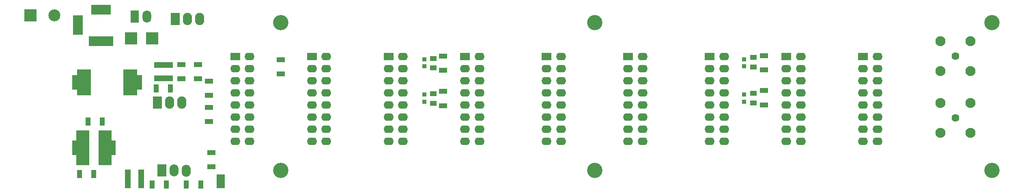
<source format=gts>
G04 #@! TF.FileFunction,Soldermask,Top*
%FSLAX46Y46*%
G04 Gerber Fmt 4.6, Leading zero omitted, Abs format (unit mm)*
G04 Created by KiCad (PCBNEW 4.0.2-stable) date 2019-11-04 2:31:50 PM*
%MOMM*%
G01*
G04 APERTURE LIST*
%ADD10C,0.200000*%
%ADD11R,2.995600X5.510200*%
%ADD12R,1.100000X3.100000*%
%ADD13R,2.690800X7.389800*%
%ADD14C,3.200000*%
%ADD15R,2.500000X2.500000*%
%ADD16C,2.500000*%
%ADD17R,1.100000X1.700000*%
%ADD18R,1.700000X1.100000*%
%ADD19R,2.497760X2.497760*%
%ADD20R,1.700000X2.900000*%
%ADD21O,2.100000X1.600000*%
%ADD22R,2.100000X1.600000*%
%ADD23R,1.300000X4.000000*%
%ADD24R,4.000000X1.300000*%
%ADD25R,4.100000X2.100000*%
%ADD26R,5.100000X2.100000*%
%ADD27R,2.100000X4.100000*%
%ADD28R,1.800000X2.600000*%
%ADD29O,1.800000X2.600000*%
%ADD30R,0.850000X0.900000*%
%ADD31R,1.350000X1.100000*%
%ADD32C,1.624000*%
%ADD33C,2.100000*%
%ADD34R,1.900000X2.600000*%
%ADD35O,1.900000X2.600000*%
%ADD36R,1.900000X2.500000*%
%ADD37O,1.900000X2.500000*%
G04 APERTURE END LIST*
D10*
D11*
X52601400Y-93500000D03*
X42898600Y-93500000D03*
D12*
X41000000Y-93500000D03*
X54500000Y-93500000D03*
D13*
X42650500Y-107250000D03*
X47349500Y-107250000D03*
D12*
X49000000Y-107250000D03*
X41000000Y-107250000D03*
D14*
X84000000Y-80960000D03*
X84000000Y-112000000D03*
D15*
X31750000Y-79500000D03*
D16*
X36750000Y-79500000D03*
D14*
X149500000Y-112000000D03*
X149500000Y-80960000D03*
X232410000Y-80960000D03*
X232410000Y-112000000D03*
D17*
X43750000Y-101750000D03*
X46750000Y-101750000D03*
X57150000Y-114900000D03*
X60150000Y-114900000D03*
X58000000Y-94750000D03*
X61000000Y-94750000D03*
D18*
X63250000Y-92750000D03*
X63250000Y-89750000D03*
X69000000Y-98750000D03*
X69000000Y-101750000D03*
X84000000Y-91750000D03*
X84000000Y-88750000D03*
D17*
X64300000Y-114900000D03*
X67300000Y-114900000D03*
D18*
X69000000Y-96250000D03*
X69000000Y-93250000D03*
X66750000Y-92750000D03*
X66750000Y-89750000D03*
X69500000Y-108250000D03*
X69500000Y-111250000D03*
D19*
X57199640Y-84250000D03*
X52800360Y-84250000D03*
D20*
X71500000Y-114250000D03*
D21*
X192520000Y-105890000D03*
X189480000Y-105890000D03*
X189480000Y-103350000D03*
X192520000Y-103350000D03*
X192520000Y-100810000D03*
X189480000Y-100810000D03*
X189480000Y-98270000D03*
X192520000Y-98270000D03*
X192520000Y-95730000D03*
X189480000Y-95730000D03*
D22*
X189480000Y-88110000D03*
D21*
X192520000Y-88110000D03*
X189480000Y-90650000D03*
X192520000Y-90650000D03*
X189480000Y-93190000D03*
X192520000Y-93190000D03*
X176520000Y-105890000D03*
X173480000Y-105890000D03*
X173480000Y-103350000D03*
X176520000Y-103350000D03*
X176520000Y-100810000D03*
X173480000Y-100810000D03*
X173480000Y-98270000D03*
X176520000Y-98270000D03*
X176520000Y-95730000D03*
X173480000Y-95730000D03*
D22*
X173480000Y-88110000D03*
D21*
X176520000Y-88110000D03*
X173480000Y-90650000D03*
X176520000Y-90650000D03*
X173480000Y-93190000D03*
X176520000Y-93190000D03*
X159520000Y-105890000D03*
X156480000Y-105890000D03*
X156480000Y-103350000D03*
X159520000Y-103350000D03*
X159520000Y-100810000D03*
X156480000Y-100810000D03*
X156480000Y-98270000D03*
X159520000Y-98270000D03*
X159520000Y-95730000D03*
X156480000Y-95730000D03*
D22*
X156480000Y-88110000D03*
D21*
X159520000Y-88110000D03*
X156480000Y-90650000D03*
X159520000Y-90650000D03*
X156480000Y-93190000D03*
X159520000Y-93190000D03*
X142520000Y-105890000D03*
X139480000Y-105890000D03*
X139480000Y-103350000D03*
X142520000Y-103350000D03*
X142520000Y-100810000D03*
X139480000Y-100810000D03*
X139480000Y-98270000D03*
X142520000Y-98270000D03*
X142520000Y-95730000D03*
X139480000Y-95730000D03*
D22*
X139480000Y-88110000D03*
D21*
X142520000Y-88110000D03*
X139480000Y-90650000D03*
X142520000Y-90650000D03*
X139480000Y-93190000D03*
X142520000Y-93190000D03*
X125520000Y-105890000D03*
X122480000Y-105890000D03*
X122480000Y-103350000D03*
X125520000Y-103350000D03*
X125520000Y-100810000D03*
X122480000Y-100810000D03*
X122480000Y-98270000D03*
X125520000Y-98270000D03*
X125520000Y-95730000D03*
X122480000Y-95730000D03*
D22*
X122480000Y-88110000D03*
D21*
X125520000Y-88110000D03*
X122480000Y-90650000D03*
X125520000Y-90650000D03*
X122480000Y-93190000D03*
X125520000Y-93190000D03*
X109520000Y-105890000D03*
X106480000Y-105890000D03*
X106480000Y-103350000D03*
X109520000Y-103350000D03*
X109520000Y-100810000D03*
X106480000Y-100810000D03*
X106480000Y-98270000D03*
X109520000Y-98270000D03*
X109520000Y-95730000D03*
X106480000Y-95730000D03*
D22*
X106480000Y-88110000D03*
D21*
X109520000Y-88110000D03*
X106480000Y-90650000D03*
X109520000Y-90650000D03*
X106480000Y-93190000D03*
X109520000Y-93190000D03*
X93520000Y-105890000D03*
X90480000Y-105890000D03*
X90480000Y-103350000D03*
X93520000Y-103350000D03*
X93520000Y-100810000D03*
X90480000Y-100810000D03*
X90480000Y-98270000D03*
X93520000Y-98270000D03*
X93520000Y-95730000D03*
X90480000Y-95730000D03*
D22*
X90480000Y-88110000D03*
D21*
X93520000Y-88110000D03*
X90480000Y-90650000D03*
X93520000Y-90650000D03*
X90480000Y-93190000D03*
X93520000Y-93190000D03*
D23*
X52100000Y-113750000D03*
X54900000Y-113750000D03*
D24*
X59500000Y-92650000D03*
X59500000Y-89850000D03*
D25*
X46500000Y-78250000D03*
D26*
X46500000Y-84900000D03*
D27*
X41700000Y-81500000D03*
D28*
X53500000Y-79750000D03*
D29*
X56040000Y-79750000D03*
D21*
X77520000Y-105890000D03*
X74480000Y-105890000D03*
X74480000Y-103350000D03*
X77520000Y-103350000D03*
X77520000Y-100810000D03*
X74480000Y-100810000D03*
X74480000Y-98270000D03*
X77520000Y-98270000D03*
X77520000Y-95730000D03*
X74480000Y-95730000D03*
D22*
X74480000Y-88110000D03*
D21*
X77520000Y-88110000D03*
X74480000Y-90650000D03*
X77520000Y-90650000D03*
X74480000Y-93190000D03*
X77520000Y-93190000D03*
X208520000Y-105890000D03*
X205480000Y-105890000D03*
X205480000Y-103350000D03*
X208520000Y-103350000D03*
X208520000Y-100810000D03*
X205480000Y-100810000D03*
X205480000Y-98270000D03*
X208520000Y-98270000D03*
X208520000Y-95730000D03*
X205480000Y-95730000D03*
D22*
X205480000Y-88110000D03*
D21*
X208520000Y-88110000D03*
X205480000Y-90650000D03*
X208520000Y-90650000D03*
X205480000Y-93190000D03*
X208520000Y-93190000D03*
D30*
X114000000Y-88650000D03*
X114000000Y-90150000D03*
D31*
X115800000Y-90500000D03*
X115800000Y-88500000D03*
D18*
X117900000Y-91000000D03*
X117900000Y-88000000D03*
D30*
X180700000Y-88650000D03*
X180700000Y-90150000D03*
D31*
X182600000Y-90300000D03*
X182600000Y-88300000D03*
D18*
X184800000Y-90900000D03*
X184800000Y-87900000D03*
D30*
X114000000Y-96050000D03*
X114000000Y-97550000D03*
D31*
X115800000Y-97900000D03*
X115800000Y-95900000D03*
D18*
X117900000Y-98400000D03*
X117900000Y-95400000D03*
D30*
X180700000Y-96050000D03*
X180700000Y-97550000D03*
D31*
X182600000Y-97800000D03*
X182600000Y-95800000D03*
D18*
X184800000Y-98250000D03*
X184800000Y-95250000D03*
D32*
X224800000Y-101000000D03*
D33*
X221670000Y-97870000D03*
X221670000Y-104130000D03*
X227930000Y-104130000D03*
X227930000Y-97870000D03*
D32*
X224800000Y-88000000D03*
D33*
X221670000Y-84870000D03*
X221670000Y-91130000D03*
X227930000Y-91130000D03*
X227930000Y-84870000D03*
D17*
X42000000Y-112750000D03*
X45000000Y-112750000D03*
D34*
X62000000Y-80250000D03*
D35*
X64540000Y-80250000D03*
X67080000Y-80250000D03*
D34*
X58250000Y-97750000D03*
D35*
X60790000Y-97750000D03*
X63330000Y-97750000D03*
D36*
X59210000Y-111980000D03*
D37*
X61750000Y-111980000D03*
X64290000Y-112030000D03*
M02*

</source>
